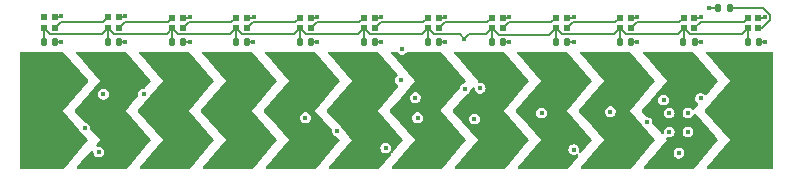
<source format=gbr>
%TF.GenerationSoftware,KiCad,Pcbnew,(6.0.0)*%
%TF.CreationDate,2022-04-23T18:16:59+01:00*%
%TF.ProjectId,pcb O,70636220-4f2e-46b6-9963-61645f706362,rev?*%
%TF.SameCoordinates,Original*%
%TF.FileFunction,Copper,L4,Bot*%
%TF.FilePolarity,Positive*%
%FSLAX46Y46*%
G04 Gerber Fmt 4.6, Leading zero omitted, Abs format (unit mm)*
G04 Created by KiCad (PCBNEW (6.0.0)) date 2022-04-23 18:16:59*
%MOMM*%
%LPD*%
G01*
G04 APERTURE LIST*
G04 Aperture macros list*
%AMRoundRect*
0 Rectangle with rounded corners*
0 $1 Rounding radius*
0 $2 $3 $4 $5 $6 $7 $8 $9 X,Y pos of 4 corners*
0 Add a 4 corners polygon primitive as box body*
4,1,4,$2,$3,$4,$5,$6,$7,$8,$9,$2,$3,0*
0 Add four circle primitives for the rounded corners*
1,1,$1+$1,$2,$3*
1,1,$1+$1,$4,$5*
1,1,$1+$1,$6,$7*
1,1,$1+$1,$8,$9*
0 Add four rect primitives between the rounded corners*
20,1,$1+$1,$2,$3,$4,$5,0*
20,1,$1+$1,$4,$5,$6,$7,0*
20,1,$1+$1,$6,$7,$8,$9,0*
20,1,$1+$1,$8,$9,$2,$3,0*%
G04 Aperture macros list end*
%TA.AperFunction,SMDPad,CuDef*%
%ADD10R,0.500000X0.500000*%
%TD*%
%TA.AperFunction,SMDPad,CuDef*%
%ADD11RoundRect,0.140000X-0.140000X-0.170000X0.140000X-0.170000X0.140000X0.170000X-0.140000X0.170000X0*%
%TD*%
%TA.AperFunction,SMDPad,CuDef*%
%ADD12RoundRect,0.135000X-0.135000X-0.185000X0.135000X-0.185000X0.135000X0.185000X-0.135000X0.185000X0*%
%TD*%
%TA.AperFunction,ViaPad*%
%ADD13C,0.400000*%
%TD*%
%TA.AperFunction,Conductor*%
%ADD14C,0.127000*%
%TD*%
G04 APERTURE END LIST*
D10*
%TO.P,D611,1,VSS*%
%TO.N,GND*%
X68564008Y-106873489D03*
%TO.P,D611,2,DIN*%
%TO.N,Net-(D610-Pad4)*%
X68564008Y-107773489D03*
%TO.P,D611,3,VDD*%
%TO.N,/RGB_VDD*%
X67664008Y-107773489D03*
%TO.P,D611,4,DOUT*%
%TO.N,unconnected-(D611-Pad4)*%
X67664008Y-106873489D03*
%TD*%
D11*
%TO.P,C609,1,1*%
%TO.N,/RGB_VDD*%
X78475715Y-109000000D03*
%TO.P,C609,2,2*%
%TO.N,GND*%
X79435715Y-109000000D03*
%TD*%
D10*
%TO.P,D605,1,VSS*%
%TO.N,GND*%
X101068132Y-106923489D03*
%TO.P,D605,2,DIN*%
%TO.N,Net-(D604-Pad4)*%
X101068132Y-107823489D03*
%TO.P,D605,3,VDD*%
%TO.N,/RGB_VDD*%
X100168132Y-107823489D03*
%TO.P,D605,4,DOUT*%
%TO.N,Net-(D605-Pad4)*%
X100168132Y-106923489D03*
%TD*%
%TO.P,D600,1,VSS*%
%TO.N,GND*%
X128154903Y-106923489D03*
%TO.P,D600,2,DIN*%
%TO.N,Net-(D600-Pad2)*%
X128154903Y-107823489D03*
%TO.P,D600,3,VDD*%
%TO.N,/RGB_VDD*%
X127254903Y-107823489D03*
%TO.P,D600,4,DOUT*%
%TO.N,Net-(D600-Pad4)*%
X127254903Y-106923489D03*
%TD*%
%TO.P,D607,1,VSS*%
%TO.N,GND*%
X90233424Y-106923489D03*
%TO.P,D607,2,DIN*%
%TO.N,Net-(D606-Pad4)*%
X90233424Y-107823489D03*
%TO.P,D607,3,VDD*%
%TO.N,/RGB_VDD*%
X89333424Y-107823489D03*
%TO.P,D607,4,DOUT*%
%TO.N,Net-(D607-Pad4)*%
X89333424Y-106923489D03*
%TD*%
D11*
%TO.P,C606,1,1*%
%TO.N,/RGB_VDD*%
X94727201Y-109000000D03*
%TO.P,C606,2,2*%
%TO.N,GND*%
X95687201Y-109000000D03*
%TD*%
D10*
%TO.P,D601,1,VSS*%
%TO.N,GND*%
X122737548Y-106923489D03*
%TO.P,D601,2,DIN*%
%TO.N,Net-(D600-Pad4)*%
X122737548Y-107823489D03*
%TO.P,D601,3,VDD*%
%TO.N,/RGB_VDD*%
X121837548Y-107823489D03*
%TO.P,D601,4,DOUT*%
%TO.N,Net-(D601-Pad4)*%
X121837548Y-106923489D03*
%TD*%
D11*
%TO.P,C605,1,1*%
%TO.N,/RGB_VDD*%
X100144826Y-109000000D03*
%TO.P,C605,2,2*%
%TO.N,GND*%
X101104826Y-109000000D03*
%TD*%
%TO.P,C601,1,1*%
%TO.N,/RGB_VDD*%
X121804969Y-109000000D03*
%TO.P,C601,2,2*%
%TO.N,GND*%
X122764969Y-109000000D03*
%TD*%
%TO.P,C600,1,1*%
%TO.N,/RGB_VDD*%
X127229539Y-109000000D03*
%TO.P,C600,2,2*%
%TO.N,GND*%
X128189539Y-109000000D03*
%TD*%
%TO.P,C611,1,1*%
%TO.N,/RGB_VDD*%
X67630000Y-109000000D03*
%TO.P,C611,2,2*%
%TO.N,GND*%
X68590000Y-109000000D03*
%TD*%
%TO.P,C604,1,1*%
%TO.N,/RGB_VDD*%
X105558203Y-109000000D03*
%TO.P,C604,2,2*%
%TO.N,GND*%
X106518203Y-109000000D03*
%TD*%
D10*
%TO.P,D606,1,VSS*%
%TO.N,GND*%
X95650778Y-106923489D03*
%TO.P,D606,2,DIN*%
%TO.N,Net-(D605-Pad4)*%
X95650778Y-107823489D03*
%TO.P,D606,3,VDD*%
%TO.N,/RGB_VDD*%
X94750778Y-107823489D03*
%TO.P,D606,4,DOUT*%
%TO.N,Net-(D606-Pad4)*%
X94750778Y-106923489D03*
%TD*%
D11*
%TO.P,C608,1,1*%
%TO.N,/RGB_VDD*%
X83890871Y-109000000D03*
%TO.P,C608,2,2*%
%TO.N,GND*%
X84850871Y-109000000D03*
%TD*%
%TO.P,C602,1,1*%
%TO.N,/RGB_VDD*%
X116393093Y-109000000D03*
%TO.P,C602,2,2*%
%TO.N,GND*%
X117353093Y-109000000D03*
%TD*%
D12*
%TO.P,R60,1,1*%
%TO.N,/D2*%
X124690000Y-106100000D03*
%TO.P,R60,2,2*%
%TO.N,Net-(D600-Pad2)*%
X125710000Y-106100000D03*
%TD*%
D10*
%TO.P,D602,1,VSS*%
%TO.N,GND*%
X117320194Y-106923489D03*
%TO.P,D602,2,DIN*%
%TO.N,Net-(D601-Pad4)*%
X117320194Y-107823489D03*
%TO.P,D602,3,VDD*%
%TO.N,/RGB_VDD*%
X116420194Y-107823489D03*
%TO.P,D602,4,DOUT*%
%TO.N,Net-(D602-Pad4)*%
X116420194Y-106923489D03*
%TD*%
%TO.P,D604,1,VSS*%
%TO.N,GND*%
X106485486Y-106923489D03*
%TO.P,D604,2,DIN*%
%TO.N,Net-(D603-Pad4)*%
X106485486Y-107823489D03*
%TO.P,D604,3,VDD*%
%TO.N,/RGB_VDD*%
X105585486Y-107823489D03*
%TO.P,D604,4,DOUT*%
%TO.N,Net-(D604-Pad4)*%
X105585486Y-106923489D03*
%TD*%
D11*
%TO.P,C607,1,1*%
%TO.N,/RGB_VDD*%
X89309267Y-109000000D03*
%TO.P,C607,2,2*%
%TO.N,GND*%
X90269267Y-109000000D03*
%TD*%
D10*
%TO.P,D610,1,VSS*%
%TO.N,GND*%
X73981362Y-106873489D03*
%TO.P,D610,2,DIN*%
%TO.N,Net-(D609-Pad4)*%
X73981362Y-107773489D03*
%TO.P,D610,3,VDD*%
%TO.N,/RGB_VDD*%
X73081362Y-107773489D03*
%TO.P,D610,4,DOUT*%
%TO.N,Net-(D610-Pad4)*%
X73081362Y-106873489D03*
%TD*%
%TO.P,D608,1,VSS*%
%TO.N,GND*%
X84816070Y-106923489D03*
%TO.P,D608,2,DIN*%
%TO.N,Net-(D607-Pad4)*%
X84816070Y-107823489D03*
%TO.P,D608,3,VDD*%
%TO.N,/RGB_VDD*%
X83916070Y-107823489D03*
%TO.P,D608,4,DOUT*%
%TO.N,Net-(D608-Pad4)*%
X83916070Y-106923489D03*
%TD*%
D11*
%TO.P,C610,1,1*%
%TO.N,/RGB_VDD*%
X73053846Y-109000000D03*
%TO.P,C610,2,2*%
%TO.N,GND*%
X74013846Y-109000000D03*
%TD*%
D10*
%TO.P,D603,1,VSS*%
%TO.N,GND*%
X111902840Y-106923489D03*
%TO.P,D603,2,DIN*%
%TO.N,Net-(D602-Pad4)*%
X111902840Y-107823489D03*
%TO.P,D603,3,VDD*%
%TO.N,/RGB_VDD*%
X111002840Y-107823489D03*
%TO.P,D603,4,DOUT*%
%TO.N,Net-(D603-Pad4)*%
X111002840Y-106923489D03*
%TD*%
D11*
%TO.P,C603,1,1*%
%TO.N,/RGB_VDD*%
X110971456Y-109000000D03*
%TO.P,C603,2,2*%
%TO.N,GND*%
X111931456Y-109000000D03*
%TD*%
D10*
%TO.P,D609,1,VSS*%
%TO.N,GND*%
X79398716Y-106923489D03*
%TO.P,D609,2,DIN*%
%TO.N,Net-(D608-Pad4)*%
X79398716Y-107823489D03*
%TO.P,D609,3,VDD*%
%TO.N,/RGB_VDD*%
X78498716Y-107823489D03*
%TO.P,D609,4,DOUT*%
%TO.N,Net-(D609-Pad4)*%
X78498716Y-106923489D03*
%TD*%
D13*
%TO.N,GND*%
X80000000Y-106848509D03*
X123305924Y-106837000D03*
X96200000Y-109000000D03*
X69100000Y-109000000D03*
X107000000Y-109000000D03*
X72700000Y-113400000D03*
X69100000Y-106798509D03*
X128700000Y-106900000D03*
X96200000Y-106848509D03*
X107000317Y-106848509D03*
X101602462Y-106848509D03*
X101600000Y-109000000D03*
X128700000Y-109000000D03*
X99100000Y-113700000D03*
X109800000Y-115000000D03*
X85407793Y-106848509D03*
X72300000Y-118300000D03*
X104600000Y-112900000D03*
X74500000Y-109000000D03*
X123300000Y-109000000D03*
X117907471Y-106848509D03*
X80000000Y-109000000D03*
X117900000Y-109000000D03*
X85400000Y-109000000D03*
X112500000Y-106848509D03*
X90800000Y-109000000D03*
X89800000Y-115400000D03*
X90800000Y-106848509D03*
X76100000Y-113400000D03*
X112500000Y-109000000D03*
X74502781Y-106798509D03*
%TO.N,GNDA*%
X122189588Y-115000000D03*
X115609588Y-114900000D03*
X112515000Y-118090000D03*
X120589588Y-116600000D03*
X92500000Y-116500000D03*
X120589588Y-115000000D03*
X122189588Y-116600000D03*
%TO.N,+3V3*%
X71100000Y-116300000D03*
X99300000Y-115400000D03*
X104100000Y-115500000D03*
%TO.N,+1V8*%
X96600000Y-117957440D03*
X120122688Y-113900000D03*
X123256488Y-113766900D03*
%TO.N,/RGB_VDD*%
X103262500Y-108700000D03*
X103300000Y-113000000D03*
%TO.N,/D2*%
X124000000Y-106100000D03*
X98000000Y-109600000D03*
X97854890Y-112232091D03*
%TO.N,/ELEC0*%
X126700000Y-110100000D03*
%TO.N,/ELEC1*%
X120700000Y-110000000D03*
%TO.N,/ELEC2*%
X115300000Y-110000000D03*
%TO.N,/ELEC3*%
X110000000Y-110000000D03*
%TO.N,/ELEC4*%
X104808276Y-109991724D03*
%TO.N,/ELEC5*%
X99400000Y-110000000D03*
%TO.N,/ELEC6*%
X94000000Y-110000000D03*
%TO.N,/ELEC7*%
X88700000Y-110000000D03*
%TO.N,/ELEC8*%
X83400000Y-110000000D03*
%TO.N,/ELEC9*%
X78100000Y-110000000D03*
%TO.N,/ELEC10*%
X72600000Y-110000000D03*
%TO.N,/ELEC11*%
X67500000Y-110100000D03*
%TO.N,Net-(C89-Pad1)*%
X121422688Y-118400000D03*
X118722688Y-115800000D03*
%TD*%
D14*
%TO.N,GND*%
X111931456Y-109000000D02*
X112500000Y-109000000D01*
X101527482Y-106923489D02*
X101602462Y-106848509D01*
X74013846Y-109000000D02*
X74500000Y-109000000D01*
X101104826Y-109000000D02*
X101600000Y-109000000D01*
X106925337Y-106923489D02*
X107000317Y-106848509D01*
X85332813Y-106923489D02*
X85407793Y-106848509D01*
X122764969Y-109000000D02*
X123300000Y-109000000D01*
X68564008Y-106873489D02*
X69025020Y-106873489D01*
X90269267Y-109000000D02*
X90800000Y-109000000D01*
X117353093Y-109000000D02*
X117900000Y-109000000D01*
X128676511Y-106923489D02*
X128700000Y-106900000D01*
X111902840Y-106923489D02*
X112425020Y-106923489D01*
X123219435Y-106923489D02*
X123305924Y-106837000D01*
X112425020Y-106923489D02*
X112500000Y-106848509D01*
X79925020Y-106923489D02*
X80000000Y-106848509D01*
X79398716Y-106923489D02*
X79925020Y-106923489D01*
X117320194Y-106923489D02*
X117832491Y-106923489D01*
X68590000Y-109000000D02*
X69100000Y-109000000D01*
X106518203Y-109000000D02*
X107000000Y-109000000D01*
X84816070Y-106923489D02*
X85332813Y-106923489D01*
X95650778Y-106923489D02*
X96125020Y-106923489D01*
X101068132Y-106923489D02*
X101527482Y-106923489D01*
X79435715Y-109000000D02*
X80000000Y-109000000D01*
X128154903Y-106923489D02*
X128676511Y-106923489D01*
X117832491Y-106923489D02*
X117907471Y-106848509D01*
X73981362Y-106873489D02*
X74427801Y-106873489D01*
X90725020Y-106923489D02*
X90800000Y-106848509D01*
X69025020Y-106873489D02*
X69100000Y-106798509D01*
X74427801Y-106873489D02*
X74502781Y-106798509D01*
X95687201Y-109000000D02*
X96200000Y-109000000D01*
X90233424Y-106923489D02*
X90725020Y-106923489D01*
X106485486Y-106923489D02*
X106925337Y-106923489D01*
X96125020Y-106923489D02*
X96200000Y-106848509D01*
X122737548Y-106923489D02*
X123219435Y-106923489D01*
X128189539Y-109000000D02*
X128700000Y-109000000D01*
X84850871Y-109000000D02*
X85400000Y-109000000D01*
%TO.N,/RGB_VDD*%
X73081362Y-108972484D02*
X73053846Y-109000000D01*
X122350559Y-108336500D02*
X126741892Y-108336500D01*
X102899000Y-108336500D02*
X103262500Y-108700000D01*
X94750778Y-108976423D02*
X94727201Y-109000000D01*
X100168132Y-107823489D02*
X99655121Y-108336500D01*
X83916070Y-108974801D02*
X83890871Y-109000000D01*
X89846435Y-108336500D02*
X94237767Y-108336500D01*
X83403059Y-108336500D02*
X83916070Y-107823489D01*
X83916070Y-107823489D02*
X84429081Y-108336500D01*
X116420194Y-107823489D02*
X116420194Y-108972899D01*
X127254903Y-108974636D02*
X127229539Y-109000000D01*
X121837548Y-107823489D02*
X121837548Y-108967421D01*
X121837548Y-108967421D02*
X121804969Y-109000000D01*
X89333424Y-107823489D02*
X89846435Y-108336500D01*
X89333424Y-107823489D02*
X89333424Y-108975843D01*
X110399349Y-108426980D02*
X111002840Y-107823489D01*
X115907183Y-108336500D02*
X116420194Y-107823489D01*
X100168132Y-107823489D02*
X100168132Y-108976694D01*
X73081362Y-107773489D02*
X73081362Y-108972484D01*
X121837548Y-107823489D02*
X122350559Y-108336500D01*
X106188977Y-108426980D02*
X110399349Y-108426980D01*
X73594373Y-108286500D02*
X78035705Y-108286500D01*
X105585486Y-107823489D02*
X105072475Y-108336500D01*
X68177019Y-108286500D02*
X72568351Y-108286500D01*
X78498716Y-108976999D02*
X78475715Y-109000000D01*
X105585486Y-108972717D02*
X105558203Y-109000000D01*
X78498716Y-107823489D02*
X79011727Y-108336500D01*
X94750778Y-107823489D02*
X94750778Y-108976423D01*
X127254903Y-107823489D02*
X127254903Y-108974636D01*
X78035705Y-108286500D02*
X78498716Y-107823489D01*
X83916070Y-107823489D02*
X83916070Y-108974801D01*
X111002840Y-108968616D02*
X110971456Y-109000000D01*
X84429081Y-108336500D02*
X88820413Y-108336500D01*
X78498716Y-107823489D02*
X78498716Y-108976999D01*
X99655121Y-108336500D02*
X95263789Y-108336500D01*
X67664008Y-108965992D02*
X67630000Y-109000000D01*
X111002840Y-107823489D02*
X111515851Y-108336500D01*
X116420194Y-108972899D02*
X116393093Y-109000000D01*
X79011727Y-108336500D02*
X83403059Y-108336500D01*
X105072475Y-108336500D02*
X103626000Y-108336500D01*
X67664008Y-107773489D02*
X67664008Y-108965992D01*
X94237767Y-108336500D02*
X94750778Y-107823489D01*
X100681143Y-108336500D02*
X102899000Y-108336500D01*
X111002840Y-107823489D02*
X111002840Y-108968616D01*
X73081362Y-107773489D02*
X73594373Y-108286500D01*
X116933205Y-108336500D02*
X121324537Y-108336500D01*
X100168132Y-108976694D02*
X100144826Y-109000000D01*
X89333424Y-108975843D02*
X89309267Y-109000000D01*
X88820413Y-108336500D02*
X89333424Y-107823489D01*
X121324537Y-108336500D02*
X121837548Y-107823489D01*
X103626000Y-108336500D02*
X103262500Y-108700000D01*
X111515851Y-108336500D02*
X115907183Y-108336500D01*
X126741892Y-108336500D02*
X127254903Y-107823489D01*
X105585486Y-107823489D02*
X105585486Y-108972717D01*
X100168132Y-107823489D02*
X100681143Y-108336500D01*
X72568351Y-108286500D02*
X73081362Y-107773489D01*
X116420194Y-107823489D02*
X116933205Y-108336500D01*
X95263789Y-108336500D02*
X94750778Y-107823489D01*
X67664008Y-107773489D02*
X68177019Y-108286500D01*
X105585486Y-107823489D02*
X106188977Y-108426980D01*
%TO.N,Net-(D600-Pad4)*%
X123261037Y-107300000D02*
X122737548Y-107823489D01*
X127254903Y-106945097D02*
X126900000Y-107300000D01*
X127254903Y-106923489D02*
X127254903Y-106945097D01*
X126900000Y-107300000D02*
X123261037Y-107300000D01*
%TO.N,Net-(D600-Pad2)*%
X129163011Y-106708213D02*
X129163011Y-107136989D01*
X125710000Y-106100000D02*
X128554798Y-106100000D01*
X128476511Y-107823489D02*
X128154903Y-107823489D01*
X129163011Y-107136989D02*
X128476511Y-107823489D01*
X128554798Y-106100000D02*
X129163011Y-106708213D01*
%TO.N,Net-(D601-Pad4)*%
X117832174Y-107311509D02*
X117320194Y-107823489D01*
X121837548Y-106923489D02*
X121449528Y-107311509D01*
X121449528Y-107311509D02*
X117832174Y-107311509D01*
%TO.N,Net-(D602-Pad4)*%
X112414820Y-107311509D02*
X111902840Y-107823489D01*
X116420194Y-106923489D02*
X116032174Y-107311509D01*
X116032174Y-107311509D02*
X112414820Y-107311509D01*
%TO.N,Net-(D603-Pad4)*%
X106997466Y-107311509D02*
X106485486Y-107823489D01*
X111002840Y-106923489D02*
X110614820Y-107311509D01*
X110614820Y-107311509D02*
X106997466Y-107311509D01*
%TO.N,Net-(D604-Pad4)*%
X101580112Y-107311509D02*
X101068132Y-107823489D01*
X105197466Y-107311509D02*
X101580112Y-107311509D01*
X105585486Y-106923489D02*
X105197466Y-107311509D01*
%TO.N,Net-(D605-Pad4)*%
X99780112Y-107311509D02*
X96162758Y-107311509D01*
X96162758Y-107311509D02*
X95650778Y-107823489D01*
X100168132Y-106923489D02*
X99780112Y-107311509D01*
%TO.N,Net-(D606-Pad4)*%
X94362758Y-107311509D02*
X90745404Y-107311509D01*
X90745404Y-107311509D02*
X90233424Y-107823489D01*
X94750778Y-106923489D02*
X94362758Y-107311509D01*
%TO.N,Net-(D607-Pad4)*%
X85328050Y-107311509D02*
X84816070Y-107823489D01*
X88945404Y-107311509D02*
X85328050Y-107311509D01*
X89333424Y-106923489D02*
X88945404Y-107311509D01*
%TO.N,Net-(D608-Pad4)*%
X83916070Y-106923489D02*
X83528050Y-107311509D01*
X83528050Y-107311509D02*
X79910696Y-107311509D01*
X79910696Y-107311509D02*
X79398716Y-107823489D01*
%TO.N,Net-(D609-Pad4)*%
X74493342Y-107261509D02*
X73981362Y-107773489D01*
X78160696Y-107261509D02*
X74493342Y-107261509D01*
X78498716Y-106923489D02*
X78160696Y-107261509D01*
%TO.N,Net-(D610-Pad4)*%
X73081362Y-106873489D02*
X72693342Y-107261509D01*
X72693342Y-107261509D02*
X69075988Y-107261509D01*
X69075988Y-107261509D02*
X68564008Y-107773489D01*
%TO.N,/D2*%
X124690000Y-106100000D02*
X124000000Y-106100000D01*
%TD*%
%TA.AperFunction,Conductor*%
%TO.N,/ELEC6*%
G36*
X95855411Y-109799550D02*
G01*
X95923528Y-109819563D01*
X95950542Y-109842953D01*
X97568815Y-111707203D01*
X97598366Y-111771758D01*
X97588324Y-111842041D01*
X97558357Y-111881739D01*
X97557290Y-111882412D01*
X97471109Y-111979994D01*
X97415780Y-112097842D01*
X97395750Y-112226481D01*
X97396914Y-112235383D01*
X97396914Y-112235386D01*
X97405342Y-112299832D01*
X97412631Y-112355572D01*
X97465064Y-112474736D01*
X97548836Y-112574394D01*
X97556304Y-112579365D01*
X97556305Y-112579366D01*
X97616984Y-112619758D01*
X97662606Y-112674156D01*
X97671576Y-112744584D01*
X97642382Y-112807165D01*
X95915409Y-114799848D01*
X95921590Y-114806979D01*
X98010846Y-117217270D01*
X98040350Y-117281846D01*
X98030259Y-117352122D01*
X98010835Y-117382341D01*
X97213203Y-118302274D01*
X97153464Y-118340639D01*
X97082468Y-118340617D01*
X97022754Y-118302215D01*
X96993281Y-118237625D01*
X97004612Y-118164796D01*
X97037437Y-118097044D01*
X97059037Y-117968659D01*
X97059174Y-117957440D01*
X97040718Y-117828565D01*
X96986832Y-117710050D01*
X96901850Y-117611423D01*
X96792601Y-117540612D01*
X96667870Y-117503310D01*
X96658894Y-117503255D01*
X96658893Y-117503255D01*
X96605678Y-117502930D01*
X96537683Y-117502514D01*
X96412505Y-117538290D01*
X96302400Y-117607761D01*
X96216219Y-117705343D01*
X96160890Y-117823191D01*
X96140860Y-117951830D01*
X96142024Y-117960732D01*
X96142024Y-117960735D01*
X96156577Y-118072022D01*
X96157741Y-118080921D01*
X96210174Y-118200085D01*
X96293946Y-118299743D01*
X96301414Y-118304714D01*
X96301415Y-118304715D01*
X96394850Y-118366912D01*
X96394853Y-118366913D01*
X96402320Y-118371884D01*
X96410887Y-118374560D01*
X96410888Y-118374561D01*
X96432171Y-118381210D01*
X96526587Y-118410707D01*
X96535560Y-118410871D01*
X96535563Y-118410872D01*
X96592790Y-118411921D01*
X96656755Y-118413093D01*
X96757976Y-118385497D01*
X96773701Y-118381210D01*
X96773703Y-118381209D01*
X96782360Y-118378849D01*
X96790007Y-118374154D01*
X96790011Y-118374152D01*
X96865018Y-118328098D01*
X96933535Y-118309500D01*
X97001231Y-118330897D01*
X97046611Y-118385497D01*
X97055269Y-118455964D01*
X97026145Y-118518015D01*
X95999095Y-119702542D01*
X95939356Y-119740907D01*
X95903896Y-119746000D01*
X91905912Y-119746000D01*
X91837791Y-119725998D01*
X91791298Y-119672342D01*
X91781194Y-119602068D01*
X91810665Y-119537515D01*
X93749471Y-117298828D01*
X93525961Y-117041075D01*
X92947937Y-116374495D01*
X92928431Y-116344100D01*
X92890547Y-116260781D01*
X92886832Y-116252610D01*
X92801850Y-116153983D01*
X92768378Y-116132288D01*
X92713774Y-116096895D01*
X92687112Y-116073711D01*
X92107926Y-115405792D01*
X91654026Y-114882354D01*
X91624510Y-114817785D01*
X91634588Y-114747507D01*
X91654004Y-114717286D01*
X93737255Y-112313523D01*
X93737256Y-112313522D01*
X93749120Y-112299832D01*
X91763960Y-110007401D01*
X91734488Y-109942813D01*
X91744614Y-109872542D01*
X91791123Y-109818901D01*
X91859231Y-109798920D01*
X95855411Y-109799550D01*
G37*
%TD.AperFunction*%
%TD*%
%TA.AperFunction,Conductor*%
%TO.N,/ELEC10*%
G36*
X74522349Y-109799371D02*
G01*
X74590466Y-109819384D01*
X74617480Y-109842774D01*
X76677954Y-112216440D01*
X76707505Y-112280995D01*
X76697463Y-112351278D01*
X76678021Y-112381556D01*
X76226829Y-112902168D01*
X76167102Y-112940545D01*
X76130846Y-112945644D01*
X76037683Y-112945074D01*
X75912505Y-112980850D01*
X75802400Y-113050321D01*
X75716219Y-113147903D01*
X75660890Y-113265751D01*
X75640860Y-113394390D01*
X75642024Y-113403292D01*
X75642024Y-113403296D01*
X75654419Y-113498082D01*
X75643419Y-113568221D01*
X75624700Y-113596940D01*
X75404874Y-113850589D01*
X74582347Y-114799669D01*
X74588528Y-114806800D01*
X76677784Y-117217091D01*
X76707288Y-117281667D01*
X76697197Y-117351943D01*
X76677773Y-117382162D01*
X74665878Y-119702542D01*
X74606139Y-119740907D01*
X74570679Y-119746000D01*
X70572695Y-119746000D01*
X70504574Y-119725998D01*
X70458081Y-119672342D01*
X70447977Y-119602068D01*
X70477449Y-119537513D01*
X71156500Y-118753432D01*
X71620812Y-118217304D01*
X71680527Y-118178904D01*
X71751524Y-118178886D01*
X71811260Y-118217254D01*
X71840770Y-118281827D01*
X71841376Y-118291075D01*
X71840860Y-118294390D01*
X71842024Y-118303291D01*
X71842024Y-118303292D01*
X71843688Y-118316013D01*
X71857741Y-118423481D01*
X71910174Y-118542645D01*
X71993946Y-118642303D01*
X72001414Y-118647274D01*
X72001415Y-118647275D01*
X72094850Y-118709472D01*
X72094853Y-118709473D01*
X72102320Y-118714444D01*
X72110887Y-118717120D01*
X72110888Y-118717121D01*
X72132171Y-118723770D01*
X72226587Y-118753267D01*
X72235560Y-118753431D01*
X72235563Y-118753432D01*
X72292790Y-118754481D01*
X72356755Y-118755653D01*
X72408917Y-118741432D01*
X72473701Y-118723770D01*
X72473703Y-118723769D01*
X72482360Y-118721409D01*
X72593306Y-118653288D01*
X72680672Y-118556767D01*
X72737437Y-118439604D01*
X72759037Y-118311219D01*
X72759174Y-118300000D01*
X72740718Y-118171125D01*
X72686832Y-118052610D01*
X72601850Y-117953983D01*
X72492601Y-117883172D01*
X72367870Y-117845870D01*
X72358894Y-117845815D01*
X72358893Y-117845815D01*
X72309508Y-117845513D01*
X72237683Y-117845074D01*
X72231960Y-117846710D01*
X72163257Y-117836364D01*
X72109912Y-117789514D01*
X72090365Y-117721262D01*
X72110821Y-117653276D01*
X72121106Y-117639628D01*
X72416409Y-117298649D01*
X72195931Y-117044393D01*
X71585183Y-116340075D01*
X71555650Y-116275390D01*
X71541991Y-116180015D01*
X71540718Y-116171125D01*
X71486832Y-116052610D01*
X71401850Y-115953983D01*
X71292601Y-115883172D01*
X71283999Y-115880600D01*
X71283998Y-115880599D01*
X71187792Y-115851828D01*
X71128701Y-115813659D01*
X70320965Y-114882175D01*
X70291448Y-114817605D01*
X70301526Y-114747328D01*
X70320942Y-114717107D01*
X71467291Y-113394390D01*
X72240860Y-113394390D01*
X72242024Y-113403292D01*
X72242024Y-113403295D01*
X72256577Y-113514582D01*
X72257741Y-113523481D01*
X72310174Y-113642645D01*
X72393946Y-113742303D01*
X72401414Y-113747274D01*
X72401415Y-113747275D01*
X72494850Y-113809472D01*
X72494853Y-113809473D01*
X72502320Y-113814444D01*
X72510887Y-113817120D01*
X72510888Y-113817121D01*
X72532171Y-113823770D01*
X72626587Y-113853267D01*
X72635560Y-113853431D01*
X72635563Y-113853432D01*
X72692790Y-113854481D01*
X72756755Y-113855653D01*
X72808917Y-113841432D01*
X72873701Y-113823770D01*
X72873703Y-113823769D01*
X72882360Y-113821409D01*
X72993306Y-113753288D01*
X73080672Y-113656767D01*
X73137437Y-113539604D01*
X73159037Y-113411219D01*
X73159174Y-113400000D01*
X73140718Y-113271125D01*
X73086832Y-113152610D01*
X73001850Y-113053983D01*
X72892601Y-112983172D01*
X72767870Y-112945870D01*
X72758894Y-112945815D01*
X72758893Y-112945815D01*
X72705678Y-112945490D01*
X72637683Y-112945074D01*
X72512505Y-112980850D01*
X72402400Y-113050321D01*
X72316219Y-113147903D01*
X72260890Y-113265751D01*
X72240860Y-113394390D01*
X71467291Y-113394390D01*
X72404193Y-112313344D01*
X72404194Y-112313343D01*
X72416058Y-112299653D01*
X70430898Y-110007222D01*
X70401426Y-109942634D01*
X70411552Y-109872363D01*
X70458061Y-109818722D01*
X70526169Y-109798741D01*
X74522349Y-109799371D01*
G37*
%TD.AperFunction*%
%TD*%
%TA.AperFunction,Conductor*%
%TO.N,/ELEC11*%
G36*
X69258552Y-109819549D02*
G01*
X69285595Y-109842958D01*
X71346055Y-112216608D01*
X71375606Y-112281163D01*
X71365564Y-112351446D01*
X71346122Y-112381724D01*
X69250448Y-114799837D01*
X69256629Y-114806968D01*
X70645187Y-116408892D01*
X70665306Y-116440675D01*
X70710174Y-116542645D01*
X70793946Y-116642303D01*
X70801414Y-116647274D01*
X70801415Y-116647275D01*
X70902320Y-116714444D01*
X70901352Y-116715898D01*
X70930628Y-116738194D01*
X71345885Y-117217259D01*
X71375389Y-117281835D01*
X71365298Y-117352111D01*
X71345874Y-117382330D01*
X69334125Y-119702542D01*
X69274386Y-119740907D01*
X69238926Y-119746000D01*
X65726000Y-119746000D01*
X65657879Y-119725998D01*
X65611386Y-119672342D01*
X65600000Y-119620000D01*
X65600000Y-109925984D01*
X65620002Y-109857863D01*
X65673658Y-109811370D01*
X65725982Y-109799984D01*
X69190428Y-109799555D01*
X69258552Y-109819549D01*
G37*
%TD.AperFunction*%
%TD*%
%TA.AperFunction,Conductor*%
%TO.N,/ELEC1*%
G36*
X122522954Y-109799710D02*
G01*
X122591071Y-109819723D01*
X122618085Y-109843113D01*
X124678559Y-112216779D01*
X124708110Y-112281334D01*
X124698068Y-112351617D01*
X124678625Y-112381897D01*
X123763433Y-113437899D01*
X123703704Y-113476277D01*
X123632707Y-113476271D01*
X123572765Y-113437626D01*
X123558338Y-113420883D01*
X123449089Y-113350072D01*
X123324358Y-113312770D01*
X123315382Y-113312715D01*
X123315381Y-113312715D01*
X123262166Y-113312390D01*
X123194171Y-113311974D01*
X123068993Y-113347750D01*
X122958888Y-113417221D01*
X122872707Y-113514803D01*
X122868892Y-113522928D01*
X122868891Y-113522930D01*
X122821193Y-113624525D01*
X122817378Y-113632651D01*
X122797348Y-113761290D01*
X122798512Y-113770192D01*
X122798512Y-113770195D01*
X122813065Y-113881482D01*
X122814229Y-113890381D01*
X122866662Y-114009545D01*
X122950434Y-114109203D01*
X122957904Y-114114176D01*
X122957908Y-114114179D01*
X122977952Y-114127522D01*
X123023574Y-114181920D01*
X123032544Y-114252347D01*
X123003349Y-114314929D01*
X122695886Y-114669699D01*
X122695649Y-114669972D01*
X122635920Y-114708350D01*
X122564923Y-114708344D01*
X122504981Y-114669700D01*
X122491438Y-114653983D01*
X122382189Y-114583172D01*
X122257458Y-114545870D01*
X122248482Y-114545815D01*
X122248481Y-114545815D01*
X122195266Y-114545490D01*
X122127271Y-114545074D01*
X122002093Y-114580850D01*
X121891988Y-114650321D01*
X121805807Y-114747903D01*
X121750478Y-114865751D01*
X121730448Y-114994390D01*
X121731612Y-115003292D01*
X121731612Y-115003295D01*
X121746165Y-115114582D01*
X121747329Y-115123481D01*
X121799762Y-115242645D01*
X121883534Y-115342303D01*
X121891002Y-115347274D01*
X121891003Y-115347275D01*
X121984438Y-115409472D01*
X121984441Y-115409473D01*
X121991908Y-115414444D01*
X122000475Y-115417120D01*
X122000476Y-115417121D01*
X122021759Y-115423770D01*
X122116175Y-115453267D01*
X122125148Y-115453431D01*
X122125151Y-115453432D01*
X122182378Y-115454481D01*
X122246343Y-115455653D01*
X122298505Y-115441432D01*
X122363289Y-115423770D01*
X122363291Y-115423769D01*
X122371948Y-115421409D01*
X122482894Y-115353288D01*
X122488918Y-115346633D01*
X122564232Y-115263427D01*
X122564233Y-115263426D01*
X122570260Y-115256767D01*
X122627025Y-115139604D01*
X122627274Y-115138127D01*
X122664933Y-115082431D01*
X122730185Y-115054454D01*
X122800204Y-115066195D01*
X122840410Y-115097027D01*
X124453500Y-116957984D01*
X124678389Y-117217430D01*
X124707893Y-117282006D01*
X124697802Y-117352282D01*
X124678378Y-117382501D01*
X122666777Y-119702542D01*
X122607038Y-119740907D01*
X122571578Y-119746000D01*
X118573594Y-119746000D01*
X118505473Y-119725998D01*
X118458980Y-119672342D01*
X118448876Y-119602068D01*
X118478348Y-119537513D01*
X119153456Y-118757984D01*
X119468345Y-118394390D01*
X120963548Y-118394390D01*
X120964712Y-118403292D01*
X120964712Y-118403295D01*
X120979265Y-118514582D01*
X120980429Y-118523481D01*
X121032862Y-118642645D01*
X121116634Y-118742303D01*
X121124102Y-118747274D01*
X121124103Y-118747275D01*
X121217538Y-118809472D01*
X121217541Y-118809473D01*
X121225008Y-118814444D01*
X121233575Y-118817120D01*
X121233576Y-118817121D01*
X121254859Y-118823770D01*
X121349275Y-118853267D01*
X121358248Y-118853431D01*
X121358251Y-118853432D01*
X121415478Y-118854481D01*
X121479443Y-118855653D01*
X121531605Y-118841432D01*
X121596389Y-118823770D01*
X121596391Y-118823769D01*
X121605048Y-118821409D01*
X121715994Y-118753288D01*
X121803360Y-118656767D01*
X121860125Y-118539604D01*
X121881725Y-118411219D01*
X121881862Y-118400000D01*
X121863406Y-118271125D01*
X121809520Y-118152610D01*
X121724538Y-118053983D01*
X121615289Y-117983172D01*
X121490558Y-117945870D01*
X121481582Y-117945815D01*
X121481581Y-117945815D01*
X121428366Y-117945490D01*
X121360371Y-117945074D01*
X121235193Y-117980850D01*
X121125088Y-118050321D01*
X121038907Y-118147903D01*
X120983578Y-118265751D01*
X120963548Y-118394390D01*
X119468345Y-118394390D01*
X120417014Y-117298988D01*
X120378468Y-117254536D01*
X120348952Y-117189969D01*
X120359030Y-117119691D01*
X120405503Y-117066018D01*
X120473616Y-117045991D01*
X120498644Y-117049804D01*
X120498749Y-117049155D01*
X120507605Y-117050590D01*
X120516175Y-117053267D01*
X120525148Y-117053431D01*
X120525151Y-117053432D01*
X120582378Y-117054481D01*
X120646343Y-117055653D01*
X120698505Y-117041432D01*
X120763289Y-117023770D01*
X120763291Y-117023769D01*
X120771948Y-117021409D01*
X120882894Y-116953288D01*
X120970260Y-116856767D01*
X121027025Y-116739604D01*
X121048625Y-116611219D01*
X121048762Y-116600000D01*
X121047959Y-116594390D01*
X121730448Y-116594390D01*
X121731612Y-116603292D01*
X121731612Y-116603295D01*
X121746165Y-116714582D01*
X121747329Y-116723481D01*
X121799762Y-116842645D01*
X121883534Y-116942303D01*
X121891002Y-116947274D01*
X121891003Y-116947275D01*
X121984438Y-117009472D01*
X121984441Y-117009473D01*
X121991908Y-117014444D01*
X122000475Y-117017120D01*
X122000476Y-117017121D01*
X122021759Y-117023770D01*
X122116175Y-117053267D01*
X122125148Y-117053431D01*
X122125151Y-117053432D01*
X122182378Y-117054481D01*
X122246343Y-117055653D01*
X122298505Y-117041432D01*
X122363289Y-117023770D01*
X122363291Y-117023769D01*
X122371948Y-117021409D01*
X122482894Y-116953288D01*
X122570260Y-116856767D01*
X122627025Y-116739604D01*
X122648625Y-116611219D01*
X122648762Y-116600000D01*
X122630306Y-116471125D01*
X122576420Y-116352610D01*
X122491438Y-116253983D01*
X122382189Y-116183172D01*
X122257458Y-116145870D01*
X122248482Y-116145815D01*
X122248481Y-116145815D01*
X122195266Y-116145490D01*
X122127271Y-116145074D01*
X122002093Y-116180850D01*
X121891988Y-116250321D01*
X121805807Y-116347903D01*
X121750478Y-116465751D01*
X121730448Y-116594390D01*
X121047959Y-116594390D01*
X121030306Y-116471125D01*
X120976420Y-116352610D01*
X120891438Y-116253983D01*
X120782189Y-116183172D01*
X120657458Y-116145870D01*
X120648482Y-116145815D01*
X120648481Y-116145815D01*
X120595266Y-116145490D01*
X120527271Y-116145074D01*
X120402093Y-116180850D01*
X120291988Y-116250321D01*
X120205807Y-116347903D01*
X120150478Y-116465751D01*
X120130448Y-116594390D01*
X120132649Y-116611219D01*
X120133742Y-116619577D01*
X120122742Y-116689717D01*
X120075569Y-116742775D01*
X120007198Y-116761906D01*
X119939338Y-116741036D01*
X119913616Y-116718467D01*
X119211329Y-115908588D01*
X119181813Y-115844020D01*
X119181041Y-115815282D01*
X119181725Y-115811219D01*
X119181862Y-115800000D01*
X119163406Y-115671125D01*
X119109520Y-115552610D01*
X119024538Y-115453983D01*
X118915289Y-115383172D01*
X118790558Y-115345870D01*
X118781583Y-115345815D01*
X118781582Y-115345815D01*
X118780994Y-115345812D01*
X118780059Y-115345806D01*
X118778613Y-115345371D01*
X118772702Y-115344488D01*
X118772829Y-115343635D01*
X118712062Y-115325389D01*
X118685636Y-115302357D01*
X118418583Y-114994390D01*
X120130448Y-114994390D01*
X120131612Y-115003292D01*
X120131612Y-115003295D01*
X120146165Y-115114582D01*
X120147329Y-115123481D01*
X120199762Y-115242645D01*
X120283534Y-115342303D01*
X120291002Y-115347274D01*
X120291003Y-115347275D01*
X120384438Y-115409472D01*
X120384441Y-115409473D01*
X120391908Y-115414444D01*
X120400475Y-115417120D01*
X120400476Y-115417121D01*
X120421759Y-115423770D01*
X120516175Y-115453267D01*
X120525148Y-115453431D01*
X120525151Y-115453432D01*
X120582378Y-115454481D01*
X120646343Y-115455653D01*
X120698505Y-115441432D01*
X120763289Y-115423770D01*
X120763291Y-115423769D01*
X120771948Y-115421409D01*
X120882894Y-115353288D01*
X120888918Y-115346633D01*
X120964232Y-115263427D01*
X120964233Y-115263426D01*
X120970260Y-115256767D01*
X121023110Y-115147686D01*
X121023110Y-115147684D01*
X121027025Y-115139604D01*
X121048625Y-115011219D01*
X121048762Y-115000000D01*
X121030306Y-114871125D01*
X120976420Y-114752610D01*
X120891438Y-114653983D01*
X120782189Y-114583172D01*
X120657458Y-114545870D01*
X120648482Y-114545815D01*
X120648481Y-114545815D01*
X120595266Y-114545490D01*
X120527271Y-114545074D01*
X120402093Y-114580850D01*
X120291988Y-114650321D01*
X120205807Y-114747903D01*
X120150478Y-114865751D01*
X120130448Y-114994390D01*
X118418583Y-114994390D01*
X118321570Y-114882514D01*
X118292053Y-114817944D01*
X118302131Y-114747667D01*
X118321547Y-114717446D01*
X119034859Y-113894390D01*
X119663548Y-113894390D01*
X119664712Y-113903292D01*
X119664712Y-113903295D01*
X119679265Y-114014582D01*
X119680429Y-114023481D01*
X119732862Y-114142645D01*
X119816634Y-114242303D01*
X119824102Y-114247274D01*
X119824103Y-114247275D01*
X119917538Y-114309472D01*
X119917541Y-114309473D01*
X119925008Y-114314444D01*
X119933575Y-114317120D01*
X119933576Y-114317121D01*
X119954859Y-114323770D01*
X120049275Y-114353267D01*
X120058248Y-114353431D01*
X120058251Y-114353432D01*
X120115478Y-114354481D01*
X120179443Y-114355653D01*
X120231605Y-114341432D01*
X120296389Y-114323770D01*
X120296391Y-114323769D01*
X120305048Y-114321409D01*
X120415994Y-114253288D01*
X120443814Y-114222553D01*
X120497332Y-114163427D01*
X120497333Y-114163426D01*
X120503360Y-114156767D01*
X120521083Y-114120188D01*
X120556210Y-114047685D01*
X120556210Y-114047684D01*
X120560125Y-114039604D01*
X120581725Y-113911219D01*
X120581862Y-113900000D01*
X120563406Y-113771125D01*
X120509520Y-113652610D01*
X120424538Y-113553983D01*
X120315289Y-113483172D01*
X120190558Y-113445870D01*
X120181582Y-113445815D01*
X120181581Y-113445815D01*
X120128366Y-113445490D01*
X120060371Y-113445074D01*
X119935193Y-113480850D01*
X119825088Y-113550321D01*
X119738907Y-113647903D01*
X119683578Y-113765751D01*
X119682197Y-113774620D01*
X119665558Y-113881482D01*
X119663548Y-113894390D01*
X119034859Y-113894390D01*
X120404798Y-112313683D01*
X120404799Y-112313682D01*
X120416663Y-112299992D01*
X118431503Y-110007561D01*
X118402031Y-109942973D01*
X118412157Y-109872702D01*
X118458666Y-109819061D01*
X118526774Y-109799080D01*
X122522954Y-109799710D01*
G37*
%TD.AperFunction*%
%TD*%
%TA.AperFunction,Conductor*%
%TO.N,/ELEC5*%
G36*
X97514109Y-109798157D02*
G01*
X97582227Y-109818170D01*
X97610539Y-109843081D01*
X97688168Y-109935431D01*
X97688174Y-109935436D01*
X97693946Y-109942303D01*
X97701414Y-109947274D01*
X97701415Y-109947275D01*
X97794850Y-110009472D01*
X97794853Y-110009473D01*
X97802320Y-110014444D01*
X97810887Y-110017120D01*
X97810888Y-110017121D01*
X97832171Y-110023770D01*
X97926587Y-110053267D01*
X97935560Y-110053431D01*
X97935563Y-110053432D01*
X97992790Y-110054481D01*
X98056755Y-110055653D01*
X98108917Y-110041432D01*
X98173701Y-110023770D01*
X98173703Y-110023769D01*
X98182360Y-110021409D01*
X98293306Y-109953288D01*
X98380672Y-109856767D01*
X98382742Y-109852494D01*
X98435780Y-109808562D01*
X98485581Y-109798310D01*
X100681229Y-109798657D01*
X101190112Y-109798737D01*
X101258229Y-109818750D01*
X101285243Y-109842140D01*
X103345717Y-112215805D01*
X103375268Y-112280360D01*
X103365226Y-112350643D01*
X103345783Y-112380923D01*
X103216823Y-112529725D01*
X103156231Y-112568353D01*
X103112505Y-112580850D01*
X103002400Y-112650321D01*
X102996458Y-112657049D01*
X102996457Y-112657050D01*
X102969349Y-112687744D01*
X102916219Y-112747903D01*
X102860890Y-112865751D01*
X102859509Y-112874618D01*
X102859509Y-112874619D01*
X102852287Y-112921002D01*
X102823004Y-112984137D01*
X101295472Y-114746694D01*
X101250110Y-114799035D01*
X101256291Y-114806166D01*
X103345547Y-117216457D01*
X103375051Y-117281033D01*
X103364960Y-117351309D01*
X103345536Y-117381528D01*
X101333092Y-119702542D01*
X101273353Y-119740907D01*
X101237893Y-119746000D01*
X97239909Y-119746000D01*
X97171788Y-119725998D01*
X97125295Y-119672342D01*
X97115191Y-119602068D01*
X97144662Y-119537515D01*
X99084172Y-117298015D01*
X97833285Y-115855488D01*
X97433444Y-115394390D01*
X98840860Y-115394390D01*
X98842024Y-115403292D01*
X98842024Y-115403295D01*
X98856577Y-115514582D01*
X98857741Y-115523481D01*
X98910174Y-115642645D01*
X98993946Y-115742303D01*
X99001414Y-115747274D01*
X99001415Y-115747275D01*
X99094850Y-115809472D01*
X99094853Y-115809473D01*
X99102320Y-115814444D01*
X99110887Y-115817120D01*
X99110888Y-115817121D01*
X99132171Y-115823770D01*
X99226587Y-115853267D01*
X99235560Y-115853431D01*
X99235563Y-115853432D01*
X99292790Y-115854481D01*
X99356755Y-115855653D01*
X99408917Y-115841432D01*
X99473701Y-115823770D01*
X99473703Y-115823769D01*
X99482360Y-115821409D01*
X99593306Y-115753288D01*
X99680672Y-115656767D01*
X99688988Y-115639604D01*
X99733522Y-115547685D01*
X99733522Y-115547684D01*
X99737437Y-115539604D01*
X99759037Y-115411219D01*
X99759174Y-115400000D01*
X99740718Y-115271125D01*
X99686832Y-115152610D01*
X99601850Y-115053983D01*
X99492601Y-114983172D01*
X99367870Y-114945870D01*
X99358894Y-114945815D01*
X99358893Y-114945815D01*
X99305678Y-114945490D01*
X99237683Y-114945074D01*
X99112505Y-114980850D01*
X99002400Y-115050321D01*
X98916219Y-115147903D01*
X98912404Y-115156028D01*
X98912403Y-115156030D01*
X98867060Y-115252610D01*
X98860890Y-115265751D01*
X98859509Y-115274620D01*
X98844483Y-115371125D01*
X98840860Y-115394390D01*
X97433444Y-115394390D01*
X96988728Y-114881541D01*
X96959211Y-114816972D01*
X96969289Y-114746694D01*
X96988705Y-114716473D01*
X97874506Y-113694390D01*
X98640860Y-113694390D01*
X98642024Y-113703292D01*
X98642024Y-113703295D01*
X98656577Y-113814582D01*
X98657741Y-113823481D01*
X98710174Y-113942645D01*
X98793946Y-114042303D01*
X98801414Y-114047274D01*
X98801415Y-114047275D01*
X98894850Y-114109472D01*
X98894853Y-114109473D01*
X98902320Y-114114444D01*
X98910887Y-114117120D01*
X98910888Y-114117121D01*
X98932171Y-114123770D01*
X99026587Y-114153267D01*
X99035560Y-114153431D01*
X99035563Y-114153432D01*
X99092790Y-114154481D01*
X99156755Y-114155653D01*
X99208917Y-114141432D01*
X99273701Y-114123770D01*
X99273703Y-114123769D01*
X99282360Y-114121409D01*
X99393306Y-114053288D01*
X99480672Y-113956767D01*
X99537437Y-113839604D01*
X99559037Y-113711219D01*
X99559174Y-113700000D01*
X99540718Y-113571125D01*
X99486832Y-113452610D01*
X99401850Y-113353983D01*
X99292601Y-113283172D01*
X99167870Y-113245870D01*
X99158894Y-113245815D01*
X99158893Y-113245815D01*
X99105678Y-113245490D01*
X99037683Y-113245074D01*
X98912505Y-113280850D01*
X98802400Y-113350321D01*
X98716219Y-113447903D01*
X98660890Y-113565751D01*
X98640860Y-113694390D01*
X97874506Y-113694390D01*
X99071956Y-112312710D01*
X99071957Y-112312709D01*
X99083821Y-112299019D01*
X99011761Y-112215805D01*
X97098662Y-110006589D01*
X97069189Y-109941999D01*
X97079315Y-109871728D01*
X97125824Y-109818087D01*
X97193930Y-109798107D01*
X97514109Y-109798157D01*
G37*
%TD.AperFunction*%
%TD*%
%TA.AperFunction,Conductor*%
%TO.N,/ELEC3*%
G36*
X111855408Y-109799416D02*
G01*
X111923525Y-109819429D01*
X111950539Y-109842819D01*
X114011013Y-112216485D01*
X114040564Y-112281040D01*
X114030522Y-112351323D01*
X114011080Y-112381601D01*
X111915406Y-114799714D01*
X111921587Y-114806845D01*
X114010843Y-117217136D01*
X114040347Y-117281712D01*
X114030256Y-117351988D01*
X114010832Y-117382207D01*
X113163438Y-118359532D01*
X113103699Y-118397897D01*
X113032703Y-118397875D01*
X112972989Y-118359473D01*
X112943516Y-118294883D01*
X112948205Y-118238678D01*
X112948522Y-118237684D01*
X112952437Y-118229604D01*
X112974037Y-118101219D01*
X112974174Y-118090000D01*
X112955718Y-117961125D01*
X112901832Y-117842610D01*
X112816850Y-117743983D01*
X112707601Y-117673172D01*
X112582870Y-117635870D01*
X112573894Y-117635815D01*
X112573893Y-117635815D01*
X112520678Y-117635490D01*
X112452683Y-117635074D01*
X112327505Y-117670850D01*
X112217400Y-117740321D01*
X112131219Y-117837903D01*
X112075890Y-117955751D01*
X112055860Y-118084390D01*
X112057024Y-118093292D01*
X112057024Y-118093295D01*
X112071577Y-118204582D01*
X112072741Y-118213481D01*
X112125174Y-118332645D01*
X112208946Y-118432303D01*
X112216414Y-118437274D01*
X112216415Y-118437275D01*
X112309850Y-118499472D01*
X112309853Y-118499473D01*
X112317320Y-118504444D01*
X112325887Y-118507120D01*
X112325888Y-118507121D01*
X112347171Y-118513770D01*
X112441587Y-118543267D01*
X112450560Y-118543431D01*
X112450563Y-118543432D01*
X112507790Y-118544481D01*
X112571755Y-118545653D01*
X112623917Y-118531432D01*
X112688701Y-118513770D01*
X112688703Y-118513769D01*
X112697360Y-118511409D01*
X112715745Y-118500121D01*
X112784261Y-118481523D01*
X112851956Y-118502919D01*
X112897337Y-118557519D01*
X112905996Y-118627985D01*
X112876872Y-118690038D01*
X111998976Y-119702542D01*
X111939237Y-119740907D01*
X111903777Y-119746000D01*
X107905793Y-119746000D01*
X107837672Y-119725998D01*
X107791179Y-119672342D01*
X107781075Y-119602068D01*
X107810546Y-119537515D01*
X109749468Y-117298694D01*
X108146885Y-115450589D01*
X107751292Y-114994390D01*
X109340860Y-114994390D01*
X109342024Y-115003292D01*
X109342024Y-115003295D01*
X109356577Y-115114582D01*
X109357741Y-115123481D01*
X109410174Y-115242645D01*
X109493946Y-115342303D01*
X109501414Y-115347274D01*
X109501415Y-115347275D01*
X109594850Y-115409472D01*
X109594853Y-115409473D01*
X109602320Y-115414444D01*
X109610887Y-115417120D01*
X109610888Y-115417121D01*
X109632171Y-115423770D01*
X109726587Y-115453267D01*
X109735560Y-115453431D01*
X109735563Y-115453432D01*
X109792790Y-115454481D01*
X109856755Y-115455653D01*
X109908917Y-115441432D01*
X109973701Y-115423770D01*
X109973703Y-115423769D01*
X109982360Y-115421409D01*
X110093306Y-115353288D01*
X110180672Y-115256767D01*
X110237437Y-115139604D01*
X110259037Y-115011219D01*
X110259174Y-115000000D01*
X110240718Y-114871125D01*
X110186832Y-114752610D01*
X110101850Y-114653983D01*
X109992601Y-114583172D01*
X109867870Y-114545870D01*
X109858894Y-114545815D01*
X109858893Y-114545815D01*
X109805678Y-114545490D01*
X109737683Y-114545074D01*
X109612505Y-114580850D01*
X109502400Y-114650321D01*
X109416219Y-114747903D01*
X109412404Y-114756028D01*
X109412403Y-114756030D01*
X109364705Y-114857625D01*
X109360890Y-114865751D01*
X109340860Y-114994390D01*
X107751292Y-114994390D01*
X107654024Y-114882220D01*
X107624507Y-114817651D01*
X107634585Y-114747373D01*
X107654001Y-114717152D01*
X109737252Y-112313389D01*
X109737253Y-112313388D01*
X109749117Y-112299698D01*
X107763957Y-110007267D01*
X107734485Y-109942679D01*
X107744611Y-109872408D01*
X107791120Y-109818767D01*
X107859228Y-109798786D01*
X111855408Y-109799416D01*
G37*
%TD.AperFunction*%
%TD*%
%TA.AperFunction,Conductor*%
%TO.N,/ELEC4*%
G36*
X106522062Y-109799497D02*
G01*
X106590179Y-109819510D01*
X106617193Y-109842900D01*
X108677667Y-112216566D01*
X108707218Y-112281121D01*
X108697176Y-112351404D01*
X108677734Y-112381682D01*
X106582060Y-114799795D01*
X106588241Y-114806926D01*
X108677497Y-117217217D01*
X108707001Y-117281793D01*
X108696910Y-117352069D01*
X108677486Y-117382288D01*
X106665701Y-119702542D01*
X106605962Y-119740907D01*
X106570502Y-119746000D01*
X102572517Y-119746000D01*
X102504396Y-119725998D01*
X102457903Y-119672342D01*
X102447799Y-119602068D01*
X102477269Y-119537515D01*
X104416122Y-117298775D01*
X103072683Y-115749516D01*
X102851451Y-115494390D01*
X103640860Y-115494390D01*
X103642024Y-115503292D01*
X103642024Y-115503295D01*
X103656577Y-115614582D01*
X103657741Y-115623481D01*
X103710174Y-115742645D01*
X103793946Y-115842303D01*
X103801414Y-115847274D01*
X103801415Y-115847275D01*
X103894850Y-115909472D01*
X103894853Y-115909473D01*
X103902320Y-115914444D01*
X103910887Y-115917120D01*
X103910888Y-115917121D01*
X103932171Y-115923770D01*
X104026587Y-115953267D01*
X104035560Y-115953431D01*
X104035563Y-115953432D01*
X104092790Y-115954481D01*
X104156755Y-115955653D01*
X104208917Y-115941432D01*
X104273701Y-115923770D01*
X104273703Y-115923769D01*
X104282360Y-115921409D01*
X104393306Y-115853288D01*
X104480672Y-115756767D01*
X104537437Y-115639604D01*
X104559037Y-115511219D01*
X104559174Y-115500000D01*
X104540718Y-115371125D01*
X104486832Y-115252610D01*
X104401850Y-115153983D01*
X104292601Y-115083172D01*
X104167870Y-115045870D01*
X104158894Y-115045815D01*
X104158893Y-115045815D01*
X104105678Y-115045490D01*
X104037683Y-115045074D01*
X103912505Y-115080850D01*
X103802400Y-115150321D01*
X103716219Y-115247903D01*
X103660890Y-115365751D01*
X103640860Y-115494390D01*
X102851451Y-115494390D01*
X102320678Y-114882301D01*
X102291161Y-114817732D01*
X102301239Y-114747454D01*
X102320655Y-114717233D01*
X103406635Y-113464172D01*
X103468713Y-113425130D01*
X103482360Y-113421409D01*
X103593306Y-113353288D01*
X103620024Y-113323770D01*
X103674644Y-113263427D01*
X103674645Y-113263426D01*
X103680672Y-113256767D01*
X103737437Y-113139604D01*
X103743495Y-113103597D01*
X103772532Y-113041982D01*
X103899757Y-112895183D01*
X103925571Y-112865398D01*
X103985299Y-112827020D01*
X104056296Y-112827026D01*
X104116019Y-112865415D01*
X104145723Y-112931581D01*
X104156577Y-113014582D01*
X104157741Y-113023481D01*
X104210174Y-113142645D01*
X104293946Y-113242303D01*
X104301414Y-113247274D01*
X104301415Y-113247275D01*
X104394850Y-113309472D01*
X104394853Y-113309473D01*
X104402320Y-113314444D01*
X104410887Y-113317120D01*
X104410888Y-113317121D01*
X104432171Y-113323770D01*
X104526587Y-113353267D01*
X104535560Y-113353431D01*
X104535563Y-113353432D01*
X104592790Y-113354481D01*
X104656755Y-113355653D01*
X104708917Y-113341432D01*
X104773701Y-113323770D01*
X104773703Y-113323769D01*
X104782360Y-113321409D01*
X104893306Y-113253288D01*
X104980672Y-113156767D01*
X104985073Y-113147685D01*
X105033522Y-113047685D01*
X105033522Y-113047684D01*
X105037437Y-113039604D01*
X105059037Y-112911219D01*
X105059174Y-112900000D01*
X105040718Y-112771125D01*
X104986832Y-112652610D01*
X104901850Y-112553983D01*
X104792601Y-112483172D01*
X104667870Y-112445870D01*
X104658894Y-112445815D01*
X104658893Y-112445815D01*
X104630843Y-112445644D01*
X104539094Y-112445083D01*
X104471098Y-112424665D01*
X104424934Y-112370726D01*
X104420024Y-112335031D01*
X104415768Y-112335643D01*
X104411348Y-112304882D01*
X104415771Y-112299779D01*
X102430611Y-110007348D01*
X102401139Y-109942760D01*
X102411265Y-109872489D01*
X102457774Y-109818848D01*
X102525882Y-109798867D01*
X106522062Y-109799497D01*
G37*
%TD.AperFunction*%
%TD*%
%TA.AperFunction,Conductor*%
%TO.N,/ELEC0*%
G36*
X129274016Y-109799112D02*
G01*
X129342133Y-109819122D01*
X129388620Y-109872783D01*
X129400000Y-109925112D01*
X129400000Y-119620000D01*
X129379998Y-119688121D01*
X129326342Y-119734614D01*
X129274000Y-119746000D01*
X123906057Y-119746000D01*
X123837936Y-119725998D01*
X123791443Y-119672342D01*
X123781339Y-119602068D01*
X123810811Y-119537513D01*
X125738131Y-117312090D01*
X125738132Y-117312088D01*
X125749990Y-117298396D01*
X123654546Y-114881922D01*
X123625029Y-114817353D01*
X123635107Y-114747075D01*
X123654523Y-114716854D01*
X125737774Y-112313091D01*
X125737775Y-112313090D01*
X125749639Y-112299400D01*
X125743457Y-112292261D01*
X123764471Y-110006959D01*
X123734998Y-109942369D01*
X123745124Y-109872098D01*
X123791633Y-109818457D01*
X123859735Y-109798476D01*
X129274016Y-109799112D01*
G37*
%TD.AperFunction*%
%TD*%
%TA.AperFunction,Conductor*%
%TO.N,/ELEC2*%
G36*
X117189013Y-109799202D02*
G01*
X117257130Y-109819215D01*
X117284144Y-109842605D01*
X119344618Y-112216271D01*
X119374169Y-112280826D01*
X119364127Y-112351109D01*
X119344685Y-112381387D01*
X117249011Y-114799500D01*
X117255192Y-114806631D01*
X119344448Y-117216922D01*
X119373952Y-117281498D01*
X119363861Y-117351774D01*
X119344437Y-117381993D01*
X117332396Y-119702542D01*
X117272657Y-119740907D01*
X117237197Y-119746000D01*
X113239213Y-119746000D01*
X113171092Y-119725998D01*
X113124599Y-119672342D01*
X113114495Y-119602068D01*
X113143967Y-119537513D01*
X115071213Y-117312174D01*
X115083073Y-117298480D01*
X114022962Y-116075956D01*
X112998368Y-114894390D01*
X115150448Y-114894390D01*
X115151612Y-114903292D01*
X115151612Y-114903295D01*
X115166165Y-115014582D01*
X115167329Y-115023481D01*
X115219762Y-115142645D01*
X115303534Y-115242303D01*
X115311002Y-115247274D01*
X115311003Y-115247275D01*
X115404438Y-115309472D01*
X115404441Y-115309473D01*
X115411908Y-115314444D01*
X115420475Y-115317120D01*
X115420476Y-115317121D01*
X115441759Y-115323770D01*
X115536175Y-115353267D01*
X115545148Y-115353431D01*
X115545151Y-115353432D01*
X115602378Y-115354481D01*
X115666343Y-115355653D01*
X115718505Y-115341432D01*
X115783289Y-115323770D01*
X115783291Y-115323769D01*
X115791948Y-115321409D01*
X115902894Y-115253288D01*
X115990260Y-115156767D01*
X116047025Y-115039604D01*
X116068625Y-114911219D01*
X116068762Y-114900000D01*
X116050306Y-114771125D01*
X115996420Y-114652610D01*
X115911438Y-114553983D01*
X115802189Y-114483172D01*
X115677458Y-114445870D01*
X115668482Y-114445815D01*
X115668481Y-114445815D01*
X115615266Y-114445490D01*
X115547271Y-114445074D01*
X115422093Y-114480850D01*
X115311988Y-114550321D01*
X115225807Y-114647903D01*
X115170478Y-114765751D01*
X115150448Y-114894390D01*
X112998368Y-114894390D01*
X112987629Y-114882006D01*
X112958112Y-114817437D01*
X112968190Y-114747159D01*
X112987606Y-114716938D01*
X115070857Y-112313175D01*
X115070858Y-112313174D01*
X115082722Y-112299484D01*
X113097562Y-110007053D01*
X113068090Y-109942465D01*
X113078216Y-109872194D01*
X113124725Y-109818553D01*
X113192833Y-109798572D01*
X117189013Y-109799202D01*
G37*
%TD.AperFunction*%
%TD*%
%TA.AperFunction,Conductor*%
%TO.N,/ELEC9*%
G36*
X79855581Y-109799532D02*
G01*
X79923698Y-109819545D01*
X79950712Y-109842935D01*
X82011186Y-112216601D01*
X82040737Y-112281156D01*
X82030695Y-112351439D01*
X82011253Y-112381717D01*
X79915579Y-114799830D01*
X79921760Y-114806961D01*
X82011016Y-117217252D01*
X82040520Y-117281828D01*
X82030429Y-117352104D01*
X82011005Y-117382323D01*
X79999250Y-119702542D01*
X79939511Y-119740907D01*
X79904051Y-119746000D01*
X75906067Y-119746000D01*
X75837946Y-119725998D01*
X75791453Y-119672342D01*
X75781349Y-119602068D01*
X75810820Y-119537514D01*
X77749641Y-117298810D01*
X75654197Y-114882336D01*
X75624680Y-114817767D01*
X75634758Y-114747489D01*
X75654174Y-114717268D01*
X77737425Y-112313505D01*
X77737426Y-112313504D01*
X77749290Y-112299814D01*
X75764130Y-110007383D01*
X75734658Y-109942795D01*
X75744784Y-109872524D01*
X75791293Y-109818883D01*
X75859401Y-109798902D01*
X79855581Y-109799532D01*
G37*
%TD.AperFunction*%
%TD*%
%TA.AperFunction,Conductor*%
%TO.N,/ELEC7*%
G36*
X90522098Y-109799539D02*
G01*
X90590215Y-109819552D01*
X90617229Y-109842942D01*
X92677703Y-112216608D01*
X92707254Y-112281163D01*
X92697212Y-112351446D01*
X92677770Y-112381724D01*
X90582096Y-114799837D01*
X90588277Y-114806968D01*
X92014254Y-116452061D01*
X92043980Y-116518252D01*
X92057741Y-116623481D01*
X92110174Y-116742645D01*
X92193946Y-116842303D01*
X92201414Y-116847274D01*
X92201415Y-116847275D01*
X92294850Y-116909472D01*
X92294853Y-116909473D01*
X92302320Y-116914444D01*
X92310887Y-116917120D01*
X92310888Y-116917121D01*
X92361987Y-116933085D01*
X92422735Y-116952063D01*
X92480371Y-116989801D01*
X92677533Y-117217259D01*
X92707037Y-117281835D01*
X92696946Y-117352111D01*
X92677522Y-117382330D01*
X90665773Y-119702542D01*
X90606034Y-119740907D01*
X90570574Y-119746000D01*
X86572590Y-119746000D01*
X86504469Y-119725998D01*
X86457976Y-119672342D01*
X86447872Y-119602068D01*
X86477343Y-119537514D01*
X88416158Y-117298817D01*
X86883800Y-115531696D01*
X86764735Y-115394390D01*
X89340860Y-115394390D01*
X89342024Y-115403292D01*
X89342024Y-115403295D01*
X89356577Y-115514582D01*
X89357741Y-115523481D01*
X89410174Y-115642645D01*
X89493946Y-115742303D01*
X89501414Y-115747274D01*
X89501415Y-115747275D01*
X89594850Y-115809472D01*
X89594853Y-115809473D01*
X89602320Y-115814444D01*
X89610887Y-115817120D01*
X89610888Y-115817121D01*
X89632171Y-115823770D01*
X89726587Y-115853267D01*
X89735560Y-115853431D01*
X89735563Y-115853432D01*
X89792790Y-115854481D01*
X89856755Y-115855653D01*
X89908917Y-115841432D01*
X89973701Y-115823770D01*
X89973703Y-115823769D01*
X89982360Y-115821409D01*
X90093306Y-115753288D01*
X90180672Y-115656767D01*
X90237437Y-115539604D01*
X90259037Y-115411219D01*
X90259174Y-115400000D01*
X90240718Y-115271125D01*
X90186832Y-115152610D01*
X90101850Y-115053983D01*
X89992601Y-114983172D01*
X89867870Y-114945870D01*
X89858894Y-114945815D01*
X89858893Y-114945815D01*
X89805678Y-114945490D01*
X89737683Y-114945074D01*
X89612505Y-114980850D01*
X89502400Y-115050321D01*
X89416219Y-115147903D01*
X89360890Y-115265751D01*
X89340860Y-115394390D01*
X86764735Y-115394390D01*
X86320714Y-114882343D01*
X86291197Y-114817774D01*
X86301275Y-114747496D01*
X86320691Y-114717275D01*
X88403942Y-112313512D01*
X88403943Y-112313511D01*
X88415807Y-112299821D01*
X86430647Y-110007390D01*
X86401175Y-109942802D01*
X86411301Y-109872531D01*
X86457810Y-109818890D01*
X86525918Y-109798909D01*
X90522098Y-109799539D01*
G37*
%TD.AperFunction*%
%TD*%
%TA.AperFunction,Conductor*%
%TO.N,/ELEC8*%
G36*
X85188754Y-109799530D02*
G01*
X85256871Y-109819543D01*
X85283885Y-109842933D01*
X87344359Y-112216599D01*
X87373910Y-112281154D01*
X87363868Y-112351437D01*
X87344426Y-112381715D01*
X85248752Y-114799828D01*
X85254933Y-114806959D01*
X87344189Y-117217250D01*
X87373693Y-117281826D01*
X87363602Y-117352102D01*
X87344178Y-117382321D01*
X85332421Y-119702542D01*
X85272682Y-119740907D01*
X85237222Y-119746000D01*
X81239238Y-119746000D01*
X81171117Y-119725998D01*
X81124624Y-119672342D01*
X81114520Y-119602068D01*
X81143992Y-119537513D01*
X83070954Y-117312502D01*
X83082814Y-117298808D01*
X80987370Y-114882334D01*
X80957853Y-114817765D01*
X80967931Y-114747487D01*
X80987347Y-114717266D01*
X83070598Y-112313503D01*
X83070599Y-112313502D01*
X83082463Y-112299812D01*
X81097303Y-110007381D01*
X81067831Y-109942793D01*
X81077957Y-109872522D01*
X81124466Y-109818881D01*
X81192574Y-109798900D01*
X85188754Y-109799530D01*
G37*
%TD.AperFunction*%
%TD*%
M02*

</source>
